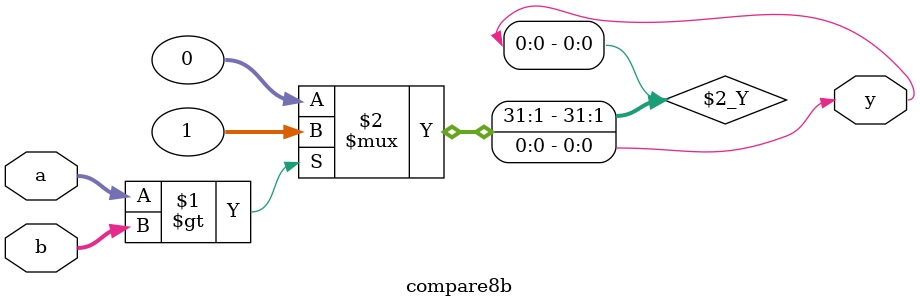
<source format=v>
`timescale 10 ns / 1 ns

module compare8b (
	output y,
	input [7:0] a,
	input [7:0] b

);

assign y = (a > b) ? 1 : 0;

endmodule
</source>
